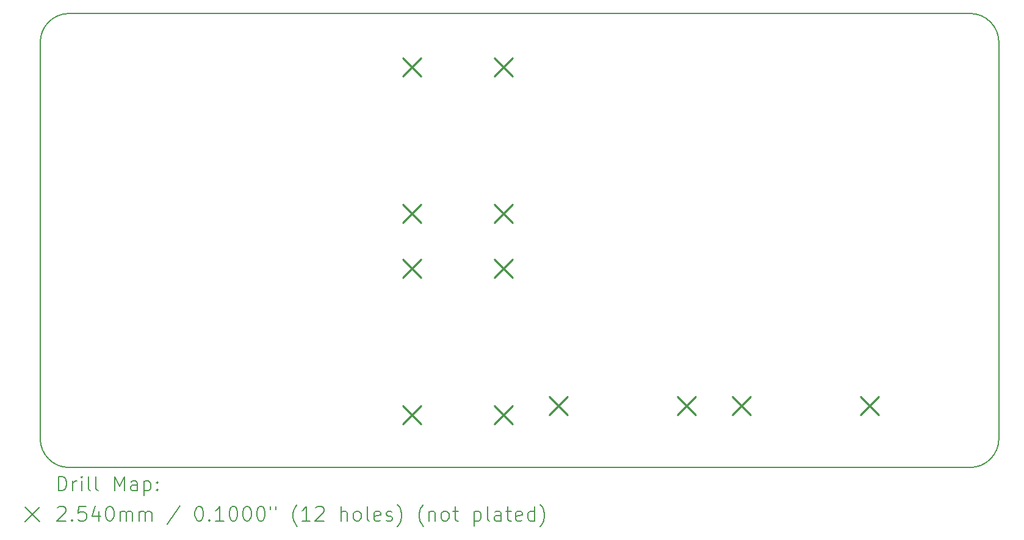
<source format=gbr>
%TF.GenerationSoftware,KiCad,Pcbnew,8.0.0*%
%TF.CreationDate,2024-04-24T13:51:35+02:00*%
%TF.ProjectId,Cryologger ITB,4372796f-6c6f-4676-9765-72204954422e,v3.2*%
%TF.SameCoordinates,Original*%
%TF.FileFunction,Drillmap*%
%TF.FilePolarity,Positive*%
%FSLAX45Y45*%
G04 Gerber Fmt 4.5, Leading zero omitted, Abs format (unit mm)*
G04 Created by KiCad (PCBNEW 8.0.0) date 2024-04-24 13:51:35*
%MOMM*%
%LPD*%
G01*
G04 APERTURE LIST*
%ADD10C,0.200000*%
%ADD11C,0.254000*%
G04 APERTURE END LIST*
D10*
X21209000Y-6400000D02*
G75*
G02*
X21609000Y-6800000I0J-400000D01*
G01*
X8309000Y-6800000D02*
X8309000Y-12300000D01*
X21609000Y-6800000D02*
X21609000Y-12300000D01*
X21209000Y-6400000D02*
X8709000Y-6400000D01*
X8309000Y-6800000D02*
G75*
G02*
X8709000Y-6400000I400000J0D01*
G01*
X8709000Y-12700000D02*
G75*
G02*
X8309000Y-12300000I0J400000D01*
G01*
X8709000Y-12700000D02*
X21209000Y-12700000D01*
X21609000Y-12300000D02*
G75*
G02*
X21209000Y-12700000I-400000J0D01*
G01*
D11*
X13335000Y-7019000D02*
X13589000Y-7273000D01*
X13589000Y-7019000D02*
X13335000Y-7273000D01*
X13335000Y-9051000D02*
X13589000Y-9305000D01*
X13589000Y-9051000D02*
X13335000Y-9305000D01*
X13335000Y-9813000D02*
X13589000Y-10067000D01*
X13589000Y-9813000D02*
X13335000Y-10067000D01*
X13335000Y-11845000D02*
X13589000Y-12099000D01*
X13589000Y-11845000D02*
X13335000Y-12099000D01*
X14605000Y-7019000D02*
X14859000Y-7273000D01*
X14859000Y-7019000D02*
X14605000Y-7273000D01*
X14605000Y-9051000D02*
X14859000Y-9305000D01*
X14859000Y-9051000D02*
X14605000Y-9305000D01*
X14605000Y-9813000D02*
X14859000Y-10067000D01*
X14859000Y-9813000D02*
X14605000Y-10067000D01*
X14605000Y-11845000D02*
X14859000Y-12099000D01*
X14859000Y-11845000D02*
X14605000Y-12099000D01*
X15367000Y-11718000D02*
X15621000Y-11972000D01*
X15621000Y-11718000D02*
X15367000Y-11972000D01*
X17145000Y-11718000D02*
X17399000Y-11972000D01*
X17399000Y-11718000D02*
X17145000Y-11972000D01*
X17907000Y-11718000D02*
X18161000Y-11972000D01*
X18161000Y-11718000D02*
X17907000Y-11972000D01*
X19685000Y-11718000D02*
X19939000Y-11972000D01*
X19939000Y-11718000D02*
X19685000Y-11972000D01*
D10*
X8559777Y-13021484D02*
X8559777Y-12821484D01*
X8559777Y-12821484D02*
X8607396Y-12821484D01*
X8607396Y-12821484D02*
X8635967Y-12831008D01*
X8635967Y-12831008D02*
X8655015Y-12850055D01*
X8655015Y-12850055D02*
X8664539Y-12869103D01*
X8664539Y-12869103D02*
X8674063Y-12907198D01*
X8674063Y-12907198D02*
X8674063Y-12935769D01*
X8674063Y-12935769D02*
X8664539Y-12973865D01*
X8664539Y-12973865D02*
X8655015Y-12992912D01*
X8655015Y-12992912D02*
X8635967Y-13011960D01*
X8635967Y-13011960D02*
X8607396Y-13021484D01*
X8607396Y-13021484D02*
X8559777Y-13021484D01*
X8759777Y-13021484D02*
X8759777Y-12888150D01*
X8759777Y-12926246D02*
X8769301Y-12907198D01*
X8769301Y-12907198D02*
X8778824Y-12897674D01*
X8778824Y-12897674D02*
X8797872Y-12888150D01*
X8797872Y-12888150D02*
X8816920Y-12888150D01*
X8883586Y-13021484D02*
X8883586Y-12888150D01*
X8883586Y-12821484D02*
X8874063Y-12831008D01*
X8874063Y-12831008D02*
X8883586Y-12840531D01*
X8883586Y-12840531D02*
X8893110Y-12831008D01*
X8893110Y-12831008D02*
X8883586Y-12821484D01*
X8883586Y-12821484D02*
X8883586Y-12840531D01*
X9007396Y-13021484D02*
X8988348Y-13011960D01*
X8988348Y-13011960D02*
X8978824Y-12992912D01*
X8978824Y-12992912D02*
X8978824Y-12821484D01*
X9112158Y-13021484D02*
X9093110Y-13011960D01*
X9093110Y-13011960D02*
X9083586Y-12992912D01*
X9083586Y-12992912D02*
X9083586Y-12821484D01*
X9340729Y-13021484D02*
X9340729Y-12821484D01*
X9340729Y-12821484D02*
X9407396Y-12964341D01*
X9407396Y-12964341D02*
X9474063Y-12821484D01*
X9474063Y-12821484D02*
X9474063Y-13021484D01*
X9655015Y-13021484D02*
X9655015Y-12916722D01*
X9655015Y-12916722D02*
X9645491Y-12897674D01*
X9645491Y-12897674D02*
X9626444Y-12888150D01*
X9626444Y-12888150D02*
X9588348Y-12888150D01*
X9588348Y-12888150D02*
X9569301Y-12897674D01*
X9655015Y-13011960D02*
X9635967Y-13021484D01*
X9635967Y-13021484D02*
X9588348Y-13021484D01*
X9588348Y-13021484D02*
X9569301Y-13011960D01*
X9569301Y-13011960D02*
X9559777Y-12992912D01*
X9559777Y-12992912D02*
X9559777Y-12973865D01*
X9559777Y-12973865D02*
X9569301Y-12954817D01*
X9569301Y-12954817D02*
X9588348Y-12945293D01*
X9588348Y-12945293D02*
X9635967Y-12945293D01*
X9635967Y-12945293D02*
X9655015Y-12935769D01*
X9750253Y-12888150D02*
X9750253Y-13088150D01*
X9750253Y-12897674D02*
X9769301Y-12888150D01*
X9769301Y-12888150D02*
X9807396Y-12888150D01*
X9807396Y-12888150D02*
X9826444Y-12897674D01*
X9826444Y-12897674D02*
X9835967Y-12907198D01*
X9835967Y-12907198D02*
X9845491Y-12926246D01*
X9845491Y-12926246D02*
X9845491Y-12983388D01*
X9845491Y-12983388D02*
X9835967Y-13002436D01*
X9835967Y-13002436D02*
X9826444Y-13011960D01*
X9826444Y-13011960D02*
X9807396Y-13021484D01*
X9807396Y-13021484D02*
X9769301Y-13021484D01*
X9769301Y-13021484D02*
X9750253Y-13011960D01*
X9931205Y-13002436D02*
X9940729Y-13011960D01*
X9940729Y-13011960D02*
X9931205Y-13021484D01*
X9931205Y-13021484D02*
X9921682Y-13011960D01*
X9921682Y-13011960D02*
X9931205Y-13002436D01*
X9931205Y-13002436D02*
X9931205Y-13021484D01*
X9931205Y-12897674D02*
X9940729Y-12907198D01*
X9940729Y-12907198D02*
X9931205Y-12916722D01*
X9931205Y-12916722D02*
X9921682Y-12907198D01*
X9921682Y-12907198D02*
X9931205Y-12897674D01*
X9931205Y-12897674D02*
X9931205Y-12916722D01*
X8099000Y-13250000D02*
X8299000Y-13450000D01*
X8299000Y-13250000D02*
X8099000Y-13450000D01*
X8550253Y-13260531D02*
X8559777Y-13251008D01*
X8559777Y-13251008D02*
X8578824Y-13241484D01*
X8578824Y-13241484D02*
X8626444Y-13241484D01*
X8626444Y-13241484D02*
X8645491Y-13251008D01*
X8645491Y-13251008D02*
X8655015Y-13260531D01*
X8655015Y-13260531D02*
X8664539Y-13279579D01*
X8664539Y-13279579D02*
X8664539Y-13298627D01*
X8664539Y-13298627D02*
X8655015Y-13327198D01*
X8655015Y-13327198D02*
X8540729Y-13441484D01*
X8540729Y-13441484D02*
X8664539Y-13441484D01*
X8750253Y-13422436D02*
X8759777Y-13431960D01*
X8759777Y-13431960D02*
X8750253Y-13441484D01*
X8750253Y-13441484D02*
X8740729Y-13431960D01*
X8740729Y-13431960D02*
X8750253Y-13422436D01*
X8750253Y-13422436D02*
X8750253Y-13441484D01*
X8940729Y-13241484D02*
X8845491Y-13241484D01*
X8845491Y-13241484D02*
X8835967Y-13336722D01*
X8835967Y-13336722D02*
X8845491Y-13327198D01*
X8845491Y-13327198D02*
X8864539Y-13317674D01*
X8864539Y-13317674D02*
X8912158Y-13317674D01*
X8912158Y-13317674D02*
X8931205Y-13327198D01*
X8931205Y-13327198D02*
X8940729Y-13336722D01*
X8940729Y-13336722D02*
X8950253Y-13355769D01*
X8950253Y-13355769D02*
X8950253Y-13403388D01*
X8950253Y-13403388D02*
X8940729Y-13422436D01*
X8940729Y-13422436D02*
X8931205Y-13431960D01*
X8931205Y-13431960D02*
X8912158Y-13441484D01*
X8912158Y-13441484D02*
X8864539Y-13441484D01*
X8864539Y-13441484D02*
X8845491Y-13431960D01*
X8845491Y-13431960D02*
X8835967Y-13422436D01*
X9121682Y-13308150D02*
X9121682Y-13441484D01*
X9074063Y-13231960D02*
X9026444Y-13374817D01*
X9026444Y-13374817D02*
X9150253Y-13374817D01*
X9264539Y-13241484D02*
X9283586Y-13241484D01*
X9283586Y-13241484D02*
X9302634Y-13251008D01*
X9302634Y-13251008D02*
X9312158Y-13260531D01*
X9312158Y-13260531D02*
X9321682Y-13279579D01*
X9321682Y-13279579D02*
X9331205Y-13317674D01*
X9331205Y-13317674D02*
X9331205Y-13365293D01*
X9331205Y-13365293D02*
X9321682Y-13403388D01*
X9321682Y-13403388D02*
X9312158Y-13422436D01*
X9312158Y-13422436D02*
X9302634Y-13431960D01*
X9302634Y-13431960D02*
X9283586Y-13441484D01*
X9283586Y-13441484D02*
X9264539Y-13441484D01*
X9264539Y-13441484D02*
X9245491Y-13431960D01*
X9245491Y-13431960D02*
X9235967Y-13422436D01*
X9235967Y-13422436D02*
X9226444Y-13403388D01*
X9226444Y-13403388D02*
X9216920Y-13365293D01*
X9216920Y-13365293D02*
X9216920Y-13317674D01*
X9216920Y-13317674D02*
X9226444Y-13279579D01*
X9226444Y-13279579D02*
X9235967Y-13260531D01*
X9235967Y-13260531D02*
X9245491Y-13251008D01*
X9245491Y-13251008D02*
X9264539Y-13241484D01*
X9416920Y-13441484D02*
X9416920Y-13308150D01*
X9416920Y-13327198D02*
X9426444Y-13317674D01*
X9426444Y-13317674D02*
X9445491Y-13308150D01*
X9445491Y-13308150D02*
X9474063Y-13308150D01*
X9474063Y-13308150D02*
X9493110Y-13317674D01*
X9493110Y-13317674D02*
X9502634Y-13336722D01*
X9502634Y-13336722D02*
X9502634Y-13441484D01*
X9502634Y-13336722D02*
X9512158Y-13317674D01*
X9512158Y-13317674D02*
X9531205Y-13308150D01*
X9531205Y-13308150D02*
X9559777Y-13308150D01*
X9559777Y-13308150D02*
X9578825Y-13317674D01*
X9578825Y-13317674D02*
X9588348Y-13336722D01*
X9588348Y-13336722D02*
X9588348Y-13441484D01*
X9683586Y-13441484D02*
X9683586Y-13308150D01*
X9683586Y-13327198D02*
X9693110Y-13317674D01*
X9693110Y-13317674D02*
X9712158Y-13308150D01*
X9712158Y-13308150D02*
X9740729Y-13308150D01*
X9740729Y-13308150D02*
X9759777Y-13317674D01*
X9759777Y-13317674D02*
X9769301Y-13336722D01*
X9769301Y-13336722D02*
X9769301Y-13441484D01*
X9769301Y-13336722D02*
X9778825Y-13317674D01*
X9778825Y-13317674D02*
X9797872Y-13308150D01*
X9797872Y-13308150D02*
X9826444Y-13308150D01*
X9826444Y-13308150D02*
X9845491Y-13317674D01*
X9845491Y-13317674D02*
X9855015Y-13336722D01*
X9855015Y-13336722D02*
X9855015Y-13441484D01*
X10245491Y-13231960D02*
X10074063Y-13489103D01*
X10502634Y-13241484D02*
X10521682Y-13241484D01*
X10521682Y-13241484D02*
X10540729Y-13251008D01*
X10540729Y-13251008D02*
X10550253Y-13260531D01*
X10550253Y-13260531D02*
X10559777Y-13279579D01*
X10559777Y-13279579D02*
X10569301Y-13317674D01*
X10569301Y-13317674D02*
X10569301Y-13365293D01*
X10569301Y-13365293D02*
X10559777Y-13403388D01*
X10559777Y-13403388D02*
X10550253Y-13422436D01*
X10550253Y-13422436D02*
X10540729Y-13431960D01*
X10540729Y-13431960D02*
X10521682Y-13441484D01*
X10521682Y-13441484D02*
X10502634Y-13441484D01*
X10502634Y-13441484D02*
X10483587Y-13431960D01*
X10483587Y-13431960D02*
X10474063Y-13422436D01*
X10474063Y-13422436D02*
X10464539Y-13403388D01*
X10464539Y-13403388D02*
X10455015Y-13365293D01*
X10455015Y-13365293D02*
X10455015Y-13317674D01*
X10455015Y-13317674D02*
X10464539Y-13279579D01*
X10464539Y-13279579D02*
X10474063Y-13260531D01*
X10474063Y-13260531D02*
X10483587Y-13251008D01*
X10483587Y-13251008D02*
X10502634Y-13241484D01*
X10655015Y-13422436D02*
X10664539Y-13431960D01*
X10664539Y-13431960D02*
X10655015Y-13441484D01*
X10655015Y-13441484D02*
X10645491Y-13431960D01*
X10645491Y-13431960D02*
X10655015Y-13422436D01*
X10655015Y-13422436D02*
X10655015Y-13441484D01*
X10855015Y-13441484D02*
X10740729Y-13441484D01*
X10797872Y-13441484D02*
X10797872Y-13241484D01*
X10797872Y-13241484D02*
X10778825Y-13270055D01*
X10778825Y-13270055D02*
X10759777Y-13289103D01*
X10759777Y-13289103D02*
X10740729Y-13298627D01*
X10978825Y-13241484D02*
X10997872Y-13241484D01*
X10997872Y-13241484D02*
X11016920Y-13251008D01*
X11016920Y-13251008D02*
X11026444Y-13260531D01*
X11026444Y-13260531D02*
X11035968Y-13279579D01*
X11035968Y-13279579D02*
X11045491Y-13317674D01*
X11045491Y-13317674D02*
X11045491Y-13365293D01*
X11045491Y-13365293D02*
X11035968Y-13403388D01*
X11035968Y-13403388D02*
X11026444Y-13422436D01*
X11026444Y-13422436D02*
X11016920Y-13431960D01*
X11016920Y-13431960D02*
X10997872Y-13441484D01*
X10997872Y-13441484D02*
X10978825Y-13441484D01*
X10978825Y-13441484D02*
X10959777Y-13431960D01*
X10959777Y-13431960D02*
X10950253Y-13422436D01*
X10950253Y-13422436D02*
X10940729Y-13403388D01*
X10940729Y-13403388D02*
X10931206Y-13365293D01*
X10931206Y-13365293D02*
X10931206Y-13317674D01*
X10931206Y-13317674D02*
X10940729Y-13279579D01*
X10940729Y-13279579D02*
X10950253Y-13260531D01*
X10950253Y-13260531D02*
X10959777Y-13251008D01*
X10959777Y-13251008D02*
X10978825Y-13241484D01*
X11169301Y-13241484D02*
X11188348Y-13241484D01*
X11188348Y-13241484D02*
X11207396Y-13251008D01*
X11207396Y-13251008D02*
X11216920Y-13260531D01*
X11216920Y-13260531D02*
X11226444Y-13279579D01*
X11226444Y-13279579D02*
X11235967Y-13317674D01*
X11235967Y-13317674D02*
X11235967Y-13365293D01*
X11235967Y-13365293D02*
X11226444Y-13403388D01*
X11226444Y-13403388D02*
X11216920Y-13422436D01*
X11216920Y-13422436D02*
X11207396Y-13431960D01*
X11207396Y-13431960D02*
X11188348Y-13441484D01*
X11188348Y-13441484D02*
X11169301Y-13441484D01*
X11169301Y-13441484D02*
X11150253Y-13431960D01*
X11150253Y-13431960D02*
X11140729Y-13422436D01*
X11140729Y-13422436D02*
X11131206Y-13403388D01*
X11131206Y-13403388D02*
X11121682Y-13365293D01*
X11121682Y-13365293D02*
X11121682Y-13317674D01*
X11121682Y-13317674D02*
X11131206Y-13279579D01*
X11131206Y-13279579D02*
X11140729Y-13260531D01*
X11140729Y-13260531D02*
X11150253Y-13251008D01*
X11150253Y-13251008D02*
X11169301Y-13241484D01*
X11359777Y-13241484D02*
X11378825Y-13241484D01*
X11378825Y-13241484D02*
X11397872Y-13251008D01*
X11397872Y-13251008D02*
X11407396Y-13260531D01*
X11407396Y-13260531D02*
X11416920Y-13279579D01*
X11416920Y-13279579D02*
X11426444Y-13317674D01*
X11426444Y-13317674D02*
X11426444Y-13365293D01*
X11426444Y-13365293D02*
X11416920Y-13403388D01*
X11416920Y-13403388D02*
X11407396Y-13422436D01*
X11407396Y-13422436D02*
X11397872Y-13431960D01*
X11397872Y-13431960D02*
X11378825Y-13441484D01*
X11378825Y-13441484D02*
X11359777Y-13441484D01*
X11359777Y-13441484D02*
X11340729Y-13431960D01*
X11340729Y-13431960D02*
X11331206Y-13422436D01*
X11331206Y-13422436D02*
X11321682Y-13403388D01*
X11321682Y-13403388D02*
X11312158Y-13365293D01*
X11312158Y-13365293D02*
X11312158Y-13317674D01*
X11312158Y-13317674D02*
X11321682Y-13279579D01*
X11321682Y-13279579D02*
X11331206Y-13260531D01*
X11331206Y-13260531D02*
X11340729Y-13251008D01*
X11340729Y-13251008D02*
X11359777Y-13241484D01*
X11502634Y-13241484D02*
X11502634Y-13279579D01*
X11578825Y-13241484D02*
X11578825Y-13279579D01*
X11874063Y-13517674D02*
X11864539Y-13508150D01*
X11864539Y-13508150D02*
X11845491Y-13479579D01*
X11845491Y-13479579D02*
X11835968Y-13460531D01*
X11835968Y-13460531D02*
X11826444Y-13431960D01*
X11826444Y-13431960D02*
X11816920Y-13384341D01*
X11816920Y-13384341D02*
X11816920Y-13346246D01*
X11816920Y-13346246D02*
X11826444Y-13298627D01*
X11826444Y-13298627D02*
X11835968Y-13270055D01*
X11835968Y-13270055D02*
X11845491Y-13251008D01*
X11845491Y-13251008D02*
X11864539Y-13222436D01*
X11864539Y-13222436D02*
X11874063Y-13212912D01*
X12055015Y-13441484D02*
X11940729Y-13441484D01*
X11997872Y-13441484D02*
X11997872Y-13241484D01*
X11997872Y-13241484D02*
X11978825Y-13270055D01*
X11978825Y-13270055D02*
X11959777Y-13289103D01*
X11959777Y-13289103D02*
X11940729Y-13298627D01*
X12131206Y-13260531D02*
X12140729Y-13251008D01*
X12140729Y-13251008D02*
X12159777Y-13241484D01*
X12159777Y-13241484D02*
X12207396Y-13241484D01*
X12207396Y-13241484D02*
X12226444Y-13251008D01*
X12226444Y-13251008D02*
X12235968Y-13260531D01*
X12235968Y-13260531D02*
X12245491Y-13279579D01*
X12245491Y-13279579D02*
X12245491Y-13298627D01*
X12245491Y-13298627D02*
X12235968Y-13327198D01*
X12235968Y-13327198D02*
X12121682Y-13441484D01*
X12121682Y-13441484D02*
X12245491Y-13441484D01*
X12483587Y-13441484D02*
X12483587Y-13241484D01*
X12569301Y-13441484D02*
X12569301Y-13336722D01*
X12569301Y-13336722D02*
X12559777Y-13317674D01*
X12559777Y-13317674D02*
X12540730Y-13308150D01*
X12540730Y-13308150D02*
X12512158Y-13308150D01*
X12512158Y-13308150D02*
X12493110Y-13317674D01*
X12493110Y-13317674D02*
X12483587Y-13327198D01*
X12693110Y-13441484D02*
X12674063Y-13431960D01*
X12674063Y-13431960D02*
X12664539Y-13422436D01*
X12664539Y-13422436D02*
X12655015Y-13403388D01*
X12655015Y-13403388D02*
X12655015Y-13346246D01*
X12655015Y-13346246D02*
X12664539Y-13327198D01*
X12664539Y-13327198D02*
X12674063Y-13317674D01*
X12674063Y-13317674D02*
X12693110Y-13308150D01*
X12693110Y-13308150D02*
X12721682Y-13308150D01*
X12721682Y-13308150D02*
X12740730Y-13317674D01*
X12740730Y-13317674D02*
X12750253Y-13327198D01*
X12750253Y-13327198D02*
X12759777Y-13346246D01*
X12759777Y-13346246D02*
X12759777Y-13403388D01*
X12759777Y-13403388D02*
X12750253Y-13422436D01*
X12750253Y-13422436D02*
X12740730Y-13431960D01*
X12740730Y-13431960D02*
X12721682Y-13441484D01*
X12721682Y-13441484D02*
X12693110Y-13441484D01*
X12874063Y-13441484D02*
X12855015Y-13431960D01*
X12855015Y-13431960D02*
X12845491Y-13412912D01*
X12845491Y-13412912D02*
X12845491Y-13241484D01*
X13026444Y-13431960D02*
X13007396Y-13441484D01*
X13007396Y-13441484D02*
X12969301Y-13441484D01*
X12969301Y-13441484D02*
X12950253Y-13431960D01*
X12950253Y-13431960D02*
X12940730Y-13412912D01*
X12940730Y-13412912D02*
X12940730Y-13336722D01*
X12940730Y-13336722D02*
X12950253Y-13317674D01*
X12950253Y-13317674D02*
X12969301Y-13308150D01*
X12969301Y-13308150D02*
X13007396Y-13308150D01*
X13007396Y-13308150D02*
X13026444Y-13317674D01*
X13026444Y-13317674D02*
X13035968Y-13336722D01*
X13035968Y-13336722D02*
X13035968Y-13355769D01*
X13035968Y-13355769D02*
X12940730Y-13374817D01*
X13112158Y-13431960D02*
X13131206Y-13441484D01*
X13131206Y-13441484D02*
X13169301Y-13441484D01*
X13169301Y-13441484D02*
X13188349Y-13431960D01*
X13188349Y-13431960D02*
X13197872Y-13412912D01*
X13197872Y-13412912D02*
X13197872Y-13403388D01*
X13197872Y-13403388D02*
X13188349Y-13384341D01*
X13188349Y-13384341D02*
X13169301Y-13374817D01*
X13169301Y-13374817D02*
X13140730Y-13374817D01*
X13140730Y-13374817D02*
X13121682Y-13365293D01*
X13121682Y-13365293D02*
X13112158Y-13346246D01*
X13112158Y-13346246D02*
X13112158Y-13336722D01*
X13112158Y-13336722D02*
X13121682Y-13317674D01*
X13121682Y-13317674D02*
X13140730Y-13308150D01*
X13140730Y-13308150D02*
X13169301Y-13308150D01*
X13169301Y-13308150D02*
X13188349Y-13317674D01*
X13264539Y-13517674D02*
X13274063Y-13508150D01*
X13274063Y-13508150D02*
X13293111Y-13479579D01*
X13293111Y-13479579D02*
X13302634Y-13460531D01*
X13302634Y-13460531D02*
X13312158Y-13431960D01*
X13312158Y-13431960D02*
X13321682Y-13384341D01*
X13321682Y-13384341D02*
X13321682Y-13346246D01*
X13321682Y-13346246D02*
X13312158Y-13298627D01*
X13312158Y-13298627D02*
X13302634Y-13270055D01*
X13302634Y-13270055D02*
X13293111Y-13251008D01*
X13293111Y-13251008D02*
X13274063Y-13222436D01*
X13274063Y-13222436D02*
X13264539Y-13212912D01*
X13626444Y-13517674D02*
X13616920Y-13508150D01*
X13616920Y-13508150D02*
X13597872Y-13479579D01*
X13597872Y-13479579D02*
X13588349Y-13460531D01*
X13588349Y-13460531D02*
X13578825Y-13431960D01*
X13578825Y-13431960D02*
X13569301Y-13384341D01*
X13569301Y-13384341D02*
X13569301Y-13346246D01*
X13569301Y-13346246D02*
X13578825Y-13298627D01*
X13578825Y-13298627D02*
X13588349Y-13270055D01*
X13588349Y-13270055D02*
X13597872Y-13251008D01*
X13597872Y-13251008D02*
X13616920Y-13222436D01*
X13616920Y-13222436D02*
X13626444Y-13212912D01*
X13702634Y-13308150D02*
X13702634Y-13441484D01*
X13702634Y-13327198D02*
X13712158Y-13317674D01*
X13712158Y-13317674D02*
X13731206Y-13308150D01*
X13731206Y-13308150D02*
X13759777Y-13308150D01*
X13759777Y-13308150D02*
X13778825Y-13317674D01*
X13778825Y-13317674D02*
X13788349Y-13336722D01*
X13788349Y-13336722D02*
X13788349Y-13441484D01*
X13912158Y-13441484D02*
X13893111Y-13431960D01*
X13893111Y-13431960D02*
X13883587Y-13422436D01*
X13883587Y-13422436D02*
X13874063Y-13403388D01*
X13874063Y-13403388D02*
X13874063Y-13346246D01*
X13874063Y-13346246D02*
X13883587Y-13327198D01*
X13883587Y-13327198D02*
X13893111Y-13317674D01*
X13893111Y-13317674D02*
X13912158Y-13308150D01*
X13912158Y-13308150D02*
X13940730Y-13308150D01*
X13940730Y-13308150D02*
X13959777Y-13317674D01*
X13959777Y-13317674D02*
X13969301Y-13327198D01*
X13969301Y-13327198D02*
X13978825Y-13346246D01*
X13978825Y-13346246D02*
X13978825Y-13403388D01*
X13978825Y-13403388D02*
X13969301Y-13422436D01*
X13969301Y-13422436D02*
X13959777Y-13431960D01*
X13959777Y-13431960D02*
X13940730Y-13441484D01*
X13940730Y-13441484D02*
X13912158Y-13441484D01*
X14035968Y-13308150D02*
X14112158Y-13308150D01*
X14064539Y-13241484D02*
X14064539Y-13412912D01*
X14064539Y-13412912D02*
X14074063Y-13431960D01*
X14074063Y-13431960D02*
X14093111Y-13441484D01*
X14093111Y-13441484D02*
X14112158Y-13441484D01*
X14331206Y-13308150D02*
X14331206Y-13508150D01*
X14331206Y-13317674D02*
X14350253Y-13308150D01*
X14350253Y-13308150D02*
X14388349Y-13308150D01*
X14388349Y-13308150D02*
X14407396Y-13317674D01*
X14407396Y-13317674D02*
X14416920Y-13327198D01*
X14416920Y-13327198D02*
X14426444Y-13346246D01*
X14426444Y-13346246D02*
X14426444Y-13403388D01*
X14426444Y-13403388D02*
X14416920Y-13422436D01*
X14416920Y-13422436D02*
X14407396Y-13431960D01*
X14407396Y-13431960D02*
X14388349Y-13441484D01*
X14388349Y-13441484D02*
X14350253Y-13441484D01*
X14350253Y-13441484D02*
X14331206Y-13431960D01*
X14540730Y-13441484D02*
X14521682Y-13431960D01*
X14521682Y-13431960D02*
X14512158Y-13412912D01*
X14512158Y-13412912D02*
X14512158Y-13241484D01*
X14702634Y-13441484D02*
X14702634Y-13336722D01*
X14702634Y-13336722D02*
X14693111Y-13317674D01*
X14693111Y-13317674D02*
X14674063Y-13308150D01*
X14674063Y-13308150D02*
X14635968Y-13308150D01*
X14635968Y-13308150D02*
X14616920Y-13317674D01*
X14702634Y-13431960D02*
X14683587Y-13441484D01*
X14683587Y-13441484D02*
X14635968Y-13441484D01*
X14635968Y-13441484D02*
X14616920Y-13431960D01*
X14616920Y-13431960D02*
X14607396Y-13412912D01*
X14607396Y-13412912D02*
X14607396Y-13393865D01*
X14607396Y-13393865D02*
X14616920Y-13374817D01*
X14616920Y-13374817D02*
X14635968Y-13365293D01*
X14635968Y-13365293D02*
X14683587Y-13365293D01*
X14683587Y-13365293D02*
X14702634Y-13355769D01*
X14769301Y-13308150D02*
X14845492Y-13308150D01*
X14797873Y-13241484D02*
X14797873Y-13412912D01*
X14797873Y-13412912D02*
X14807396Y-13431960D01*
X14807396Y-13431960D02*
X14826444Y-13441484D01*
X14826444Y-13441484D02*
X14845492Y-13441484D01*
X14988349Y-13431960D02*
X14969301Y-13441484D01*
X14969301Y-13441484D02*
X14931206Y-13441484D01*
X14931206Y-13441484D02*
X14912158Y-13431960D01*
X14912158Y-13431960D02*
X14902634Y-13412912D01*
X14902634Y-13412912D02*
X14902634Y-13336722D01*
X14902634Y-13336722D02*
X14912158Y-13317674D01*
X14912158Y-13317674D02*
X14931206Y-13308150D01*
X14931206Y-13308150D02*
X14969301Y-13308150D01*
X14969301Y-13308150D02*
X14988349Y-13317674D01*
X14988349Y-13317674D02*
X14997873Y-13336722D01*
X14997873Y-13336722D02*
X14997873Y-13355769D01*
X14997873Y-13355769D02*
X14902634Y-13374817D01*
X15169301Y-13441484D02*
X15169301Y-13241484D01*
X15169301Y-13431960D02*
X15150254Y-13441484D01*
X15150254Y-13441484D02*
X15112158Y-13441484D01*
X15112158Y-13441484D02*
X15093111Y-13431960D01*
X15093111Y-13431960D02*
X15083587Y-13422436D01*
X15083587Y-13422436D02*
X15074063Y-13403388D01*
X15074063Y-13403388D02*
X15074063Y-13346246D01*
X15074063Y-13346246D02*
X15083587Y-13327198D01*
X15083587Y-13327198D02*
X15093111Y-13317674D01*
X15093111Y-13317674D02*
X15112158Y-13308150D01*
X15112158Y-13308150D02*
X15150254Y-13308150D01*
X15150254Y-13308150D02*
X15169301Y-13317674D01*
X15245492Y-13517674D02*
X15255015Y-13508150D01*
X15255015Y-13508150D02*
X15274063Y-13479579D01*
X15274063Y-13479579D02*
X15283587Y-13460531D01*
X15283587Y-13460531D02*
X15293111Y-13431960D01*
X15293111Y-13431960D02*
X15302634Y-13384341D01*
X15302634Y-13384341D02*
X15302634Y-13346246D01*
X15302634Y-13346246D02*
X15293111Y-13298627D01*
X15293111Y-13298627D02*
X15283587Y-13270055D01*
X15283587Y-13270055D02*
X15274063Y-13251008D01*
X15274063Y-13251008D02*
X15255015Y-13222436D01*
X15255015Y-13222436D02*
X15245492Y-13212912D01*
M02*

</source>
